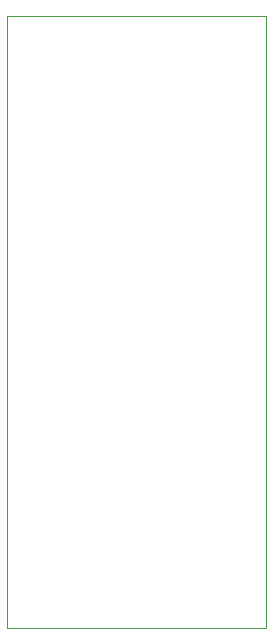
<source format=gbr>
%TF.GenerationSoftware,KiCad,Pcbnew,(6.0.1)*%
%TF.CreationDate,2022-02-14T12:01:51-05:00*%
%TF.ProjectId,demo,64656d6f-2e6b-4696-9361-645f70636258,rev?*%
%TF.SameCoordinates,Original*%
%TF.FileFunction,Profile,NP*%
%FSLAX46Y46*%
G04 Gerber Fmt 4.6, Leading zero omitted, Abs format (unit mm)*
G04 Created by KiCad (PCBNEW (6.0.1)) date 2022-02-14 12:01:51*
%MOMM*%
%LPD*%
G01*
G04 APERTURE LIST*
%TA.AperFunction,Profile*%
%ADD10C,0.100000*%
%TD*%
G04 APERTURE END LIST*
D10*
X142697200Y-57912000D02*
X164642800Y-57912000D01*
X164642800Y-57912000D02*
X164642800Y-109728000D01*
X164642800Y-109728000D02*
X142697200Y-109728000D01*
X142697200Y-109728000D02*
X142697200Y-57912000D01*
M02*

</source>
